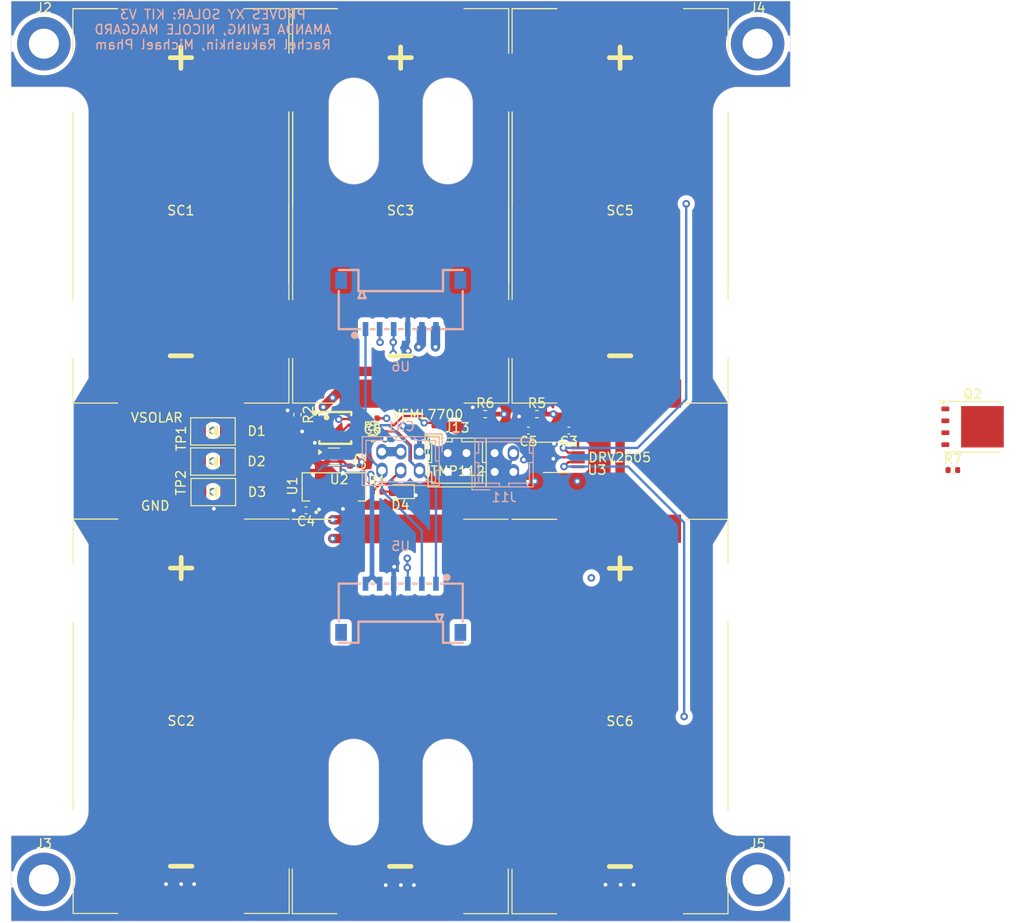
<source format=kicad_pcb>
(kicad_pcb (version 20241229) (generator "pcbnew") (generator_version "9.0")
  (title_block (title "Yearling Kit XY Faces") (date "2023-03-20") (rev "3.0"))
  (layers (0 "F.Cu" signal) (4 "In1.Cu" signal) (6 "In2.Cu" signal) (2 "B.Cu" signal) (13 "F.Paste" user) (15 "B.Paste" user) (5 "F.SilkS" user "F.Silkscreen") (7 "B.SilkS" user "B.Silkscreen") (1 "F.Mask" user) (3 "B.Mask" user) (25 "Edge.Cuts" user))
  (net 0 "")
  (net 1 "GND")
  (net 2 "+3V3")
  (net 3 "VSOLAR")
  (net 4 "Net-(U3-REG)")
  (net 5 "Net-(D1-A)")
  (net 6 "Net-(D2-A)")
  (net 7 "/SCL")
  (net 8 "/SDA")
  (net 9 "Net-(D3-A)")
  (net 10 "Net-(D4-A)")
  (net 15 "Net-(SC1--)")
  (net 16 "Net-(SC3--)")
  (net 17 "Net-(SC5--)")
  (net 18 "Net-(U3-OUT+)")
  (net 20 "SCLIN")
  (net 21 "SDAIN")
  (net 22 "Net-(U4-EN)")
  (net 23 "Net-(U4-READY)")
  (net 28 "/RBF_High")
  (net 29 "/RBF_Low")
  (net 30 "Net-(J13-Pin_1)")
  (footprint "MountingHole:MountingHole_3.2mm_M3_ISO7380_Pad" (layer "F.Cu") (at 106.5 70.3)
    (property "Reference" "J2" (at 0 -3.8 0) (layer "F.SilkS"))
    (property "Value" "Conn_01x01")
    (pad "1" thru_hole circle (at 0 0) (size 5.7 5.7) (drill 3.2) (layers "*.Cu" "*.Mask"))
  )
  (footprint "MountingHole:MountingHole_3.2mm_M3_ISO7380_Pad" (layer "F.Cu") (at 106.5 159.3)
    (property "Reference" "J3" (at 0 -3.8 0) (layer "F.SilkS"))
    (property "Value" "Conn_01x01")
    (pad "1" thru_hole circle (at 0 0) (size 5.7 5.7) (drill 3.2) (layers "*.Cu" "*.Mask"))
  )
  (footprint "MountingHole:MountingHole_3.2mm_M3_ISO7380_Pad" (layer "F.Cu") (at 182.5 70.3)
    (property "Reference" "J4" (at 0 -3.8 0) (layer "F.SilkS"))
    (property "Value" "Conn_01x01")
    (pad "1" thru_hole circle (at 0 0) (size 5.7 5.7) (drill 3.2) (layers "*.Cu" "*.Mask"))
  )
  (footprint "MountingHole:MountingHole_3.2mm_M3_ISO7380_Pad" (layer "F.Cu") (at 182.5 159.3)
    (property "Reference" "J5" (at 0 -3.8 0) (layer "F.SilkS"))
    (property "Value" "Conn_01x01")
    (pad "1" thru_hole circle (at 0 0) (size 5.7 5.7) (drill 3.2) (layers "*.Cu" "*.Mask"))
  )
  (footprint "SolarPanelBoards:KXOB101K08F-TR" (layer "F.Cu") (at 167.86 87.57)
    (property "Reference" "SC5" (at 0 0.5 0) (layer "F.SilkS"))
    (property "Value" "SM101K07TF")
    (fp_text user "+" (at 0 -16 0) (layer "F.SilkS") (effects (font (size 3 3) (thickness 0.5))))
    (fp_text user "-" (at 0 15.75 0) (layer "F.SilkS") (effects (font (size 3 3) (thickness 0.5))))
    (pad "1" smd rect (at 0 -20) (size 13 3) (layers "F.Cu" "F.Mask" "F.Paste") (net 9 "Net-(D3-A)"))
    (pad "2" smd rect (at 0 20) (size 13 3) (layers "F.Cu" "F.Mask" "F.Paste") (net 17 "Net-(SC5--)"))
  )
  (footprint "SolarPanelBoards:Test Pad" (layer "F.Cu") (at 118.37 112.45 90)
    (property "Reference" "TP1" (at 0.11 2.75 90) (layer "F.SilkS"))
    (property "Value" "TestPoint")
    (pad "1" smd roundrect (at 0 0 90) (size 3 3) (layers "F.Cu" "F.Mask" "F.Paste") (net 3 "VSOLAR"))
  )
  (footprint "Package_TO_SOT_SMD:SOT-563" (layer "F.Cu") (at 137.4 114.3)
    (property "Reference" "U2" (at 0.55 2.4 0) (layer "F.SilkS"))
    (property "Value" "TMP112xxDRL")
    (pad "1" smd roundrect (at -0.7125 -0.5) (size 0.675 0.35) (layers "F.Cu" "F.Mask" "F.Paste") (net 7 "/SCL"))
    (pad "2" smd roundrect (at -0.7125 0) (size 0.675 0.35) (layers "F.Cu" "F.Mask" "F.Paste") (net 1 "GND"))
    (pad "3" smd roundrect (at -0.7125 0.5) (size 0.675 0.35) (layers "F.Cu" "F.Mask" "F.Paste") (net 1 "GND"))
    (pad "4" smd roundrect (at 0.7125 0.5) (size 0.675 0.35) (layers "F.Cu" "F.Mask" "F.Paste") (net 1 "GND"))
    (pad "5" smd roundrect (at 0.7125 0) (size 0.675 0.35) (layers "F.Cu" "F.Mask" "F.Paste") (net 2 "+3V3"))
    (pad "6" smd roundrect (at 0.7125 -0.5) (size 0.675 0.35) (layers "F.Cu" "F.Mask" "F.Paste") (net 8 "/SDA"))
  )
  (footprint "SolarPanelBoards:DO-214AC" (layer "F.Cu") (at 124.54 118.05)
    (property "Reference" "D3" (at 4.65 0 0) (layer "F.SilkS"))
    (property "Value" "CDBA240LL-HF")
    (pad "1" smd rect (at -2 0) (size 2.5 1.7) (layers "F.Cu" "F.Mask" "F.Paste") (net 3 "VSOLAR"))
    (pad "2" smd rect (at 2 0) (size 2.5 1.7) (layers "F.Cu" "F.Mask" "F.Paste") (net 9 "Net-(D3-A)"))
  )
  (footprint "easyeda2kicad:MSOP-8_L3.0-W3.0-P0.65-LS5.0-BL" (layer "F.Cu") (at 137.5 111.25 -90)
    (property "Reference" "U4" (at 0 -4.1 90) (layer "F.SilkS"))
    (property "Value" "TCA4311ADGKR")
    (pad "1" smd oval (at -0.98 2.15 270) (size 0.36 1.69) (layers "F.Cu" "F.Mask" "F.Paste") (net 22 "Net-(U4-EN)"))
    (pad "2" smd oval (at -0.32 2.15 270) (size 0.36 1.69) (layers "F.Cu" "F.Mask" "F.Paste") (net 7 "/SCL"))
    (pad "3" smd oval (at 0.33 2.15 270) (size 0.36 1.69) (layers "F.Cu" "F.Mask" "F.Paste") (net 20 "SCLIN"))
    (pad "4" smd oval (at 0.98 2.15 270) (size 0.36 1.69) (layers "F.Cu" "F.Mask" "F.Paste") (net 1 "GND"))
    (pad "5" smd oval (at 0.98 -2.15 270) (size 0.36 1.69) (layers "F.Cu" "F.Mask" "F.Paste") (net 23 "Net-(U4-READY)"))
    (pad "6" smd oval (at 0.33 -2.15 270) (size 0.36 1.69) (layers "F.Cu" "F.Mask" "F.Paste") (net 21 "SDAIN"))
    (pad "7" smd oval (at -0.32 -2.15 270) (size 0.36 1.69) (layers "F.Cu" "F.Mask" "F.Paste") (net 8 "/SDA"))
    (pad "8" smd oval (at -0.98 -2.15 270) (size 0.36 1.69) (layers "F.Cu" "F.Mask" "F.Paste") (net 2 "+3V3"))
  )
  (footprint "Capacitor_SMD:C_0402_1005Metric" (layer "F.Cu") (at 141.5 110.2 180)
    (property "Reference" "C6" (at 0 -1.16 0) (layer "F.SilkS"))
    (property "Value" "100nF")
    (pad "1" smd roundrect (at -0.48 0 180) (size 0.56 0.62) (layers "F.Cu" "F.Mask" "F.Paste") (net 1 "GND"))
    (pad "2" smd roundrect (at 0.48 0 180) (size 0.56 0.62) (layers "F.Cu" "F.Mask" "F.Paste") (net 2 "+3V3"))
  )
  (footprint "SolarPanelBoards:Test Pad" (layer "F.Cu") (at 118.36 117.05 90)
    (property "Reference" "TP2" (at 0 2.73 90) (layer "F.SilkS"))
    (property "Value" "TestPoint")
    (pad "1" smd roundrect (at 0 0 90) (size 3 3) (layers "F.Cu" "F.Mask" "F.Paste") (net 1 "GND"))
  )
  (footprint "SolarPanelBoards:DO-214AC" (layer "F.Cu") (at 124.5 111.59)
    (property "Reference" "D1" (at 4.66 -0.03 0) (layer "F.SilkS"))
    (property "Value" "CDBA240LL-HF")
    (pad "1" smd rect (at -2 0) (size 2.5 1.7) (layers "F.Cu" "F.Mask" "F.Paste") (net 3 "VSOLAR"))
    (pad "2" smd rect (at 2 0) (size 2.5 1.7) (layers "F.Cu" "F.Mask" "F.Paste") (net 5 "Net-(D1-A)"))
  )
  (footprint "SolarPanelBoards:KXOB101K08F-TR" (layer "F.Cu") (at 144.49 87.57)
    (property "Reference" "SC3" (at 0 0.5 0) (layer "F.SilkS"))
    (property "Value" "SM101K07TF")
    (fp_text user "-" (at 0 15.75 0) (layer "F.SilkS") (effects (font (size 3 3) (thickness 0.5))))
    (fp_text user "+" (at 0 -16 0) (layer "F.SilkS") (effects (font (size 3 3) (thickness 0.5))))
    (pad "1" smd rect (at 0 -20) (size 13 3) (layers "F.Cu" "F.Mask" "F.Paste") (net 6 "Net-(D2-A)"))
    (pad "2" smd rect (at 0 20) (size 13 3) (layers "F.Cu" "F.Mask" "F.Paste") (net 16 "Net-(SC3--)"))
  )
  (footprint "Resistor_SMD:R_0402_1005Metric" (layer "F.Cu") (at 133.5 109.8 -90)
    (property "Reference" "R2" (at 0 -1.17 90) (layer "F.SilkS"))
    (property "Value" "10k")
    (pad "1" smd roundrect (at -0.509999 0 270) (size 0.54 0.64) (layers "F.Cu" "F.Mask" "F.Paste") (net 2 "+3V3"))
    (pad "2" smd roundrect (at 0.509999 0 270) (size 0.54 0.64) (layers "F.Cu" "F.Mask" "F.Paste") (net 22 "Net-(U4-EN)"))
  )
  (footprint "Connector_Hirose:Hirose_DF11-4DP-2DSA_2x02_P2.00mm_Vertical" (layer "F.Cu") (at 149.5 113.9)
    (property "Reference" "J13" (at 1 -2.7 0) (layer "F.SilkS"))
    (property "Value" "DF11-4DP-2DSA")
    (pad "1" thru_hole roundrect (at 0 0) (size 1.2 1.65) (drill 0.85) (layers "*.Cu" "*.Mask") (roundrect_rratio 0.208333) (net 30 "Net-(J13-Pin_1)"))
    (pad "2" thru_hole oval (at 0 2) (size 1.2 1.65) (drill 0.85) (layers "*.Cu" "*.Mask") (net 1 "GND"))
    (pad "3" thru_hole oval (at 2 0) (size 1.2 1.65) (drill 0.85) (layers "*.Cu" "*.Mask") (net 30 "Net-(J13-Pin_1)"))
    (pad "4" thru_hole oval (at 2 2) (size 1.2 1.65) (drill 0.85) (layers "*.Cu" "*.Mask") (net 1 "GND"))
  )
  (footprint "SolarPanelBoards:KXOB101K08F-TR" (layer "F.Cu") (at 144.45 141.94)
    (property "Reference" "SC4" (hide yes))
    (property "Value" "SM101K07TF")
    (fp_text user "-" (at 0 15.75 0) (layer "F.SilkS") (effects (font (size 3 3) (thickness 0.5))))
    (pad "1" smd rect (at 0 -20) (size 13 3) (layers "F.Cu" "F.Mask" "F.Paste") (net 16 "Net-(SC3--)"))
    (pad "2" smd rect (at 0 20) (size 13 3) (layers "F.Cu" "F.Mask" "F.Paste") (net 1 "GND"))
  )
  (footprint "SolarPanelBoards:KXOB101K08F-TR" (layer "F.Cu") (at 121.12 141.92)
    (property "Reference" "SC2" (at 0 0.5 0) (layer "F.SilkS"))
    (property "Value" "SM101K07TF")
    (fp_text user "+" (at 0 -16 0) (layer "F.SilkS") (effects (font (size 3 3) (thickness 0.5))))
    (fp_text user "-" (at 0 15.75 0) (layer "F.SilkS") (effects (font (size 3 3) (thickness 0.5))))
    (pad "1" smd rect (at 0 -20) (size 13 3) (layers "F.Cu" "F.Mask" "F.Paste") (net 15 "Net-(SC1--)"))
    (pad "2" smd rect (at 0 20) (size 13 3) (layers "F.Cu" "F.Mask" "F.Paste") (net 1 "GND"))
  )
  (footprint "Package_TO_SOT_SMD:TDSON-8-1" (layer "F.Cu") (at 205.395 111.095)
    (property "Reference" "Q2" (at 0 -3.5 0) (layer "F.SilkS"))
    (property "Value" "CSD17576Q5B")
    (pad "1" smd roundrect (at -2.9 -1.905) (size 0.85 0.5) (layers "F.Cu" "F.Mask" "F.Paste") (net 29 "/RBF_Low"))
    (pad "2" smd roundrect (at -2.9 -0.635) (size 0.85 0.5) (layers "F.Cu" "F.Mask" "F.Paste") (net 29 "/RBF_Low"))
    (pad "3" smd roundrect (at -2.9 0.635) (size 0.85 0.5) (layers "F.Cu" "F.Mask" "F.Paste") (net 29 "/RBF_Low"))
    (pad "4" smd roundrect (at -2.9 1.905) (size 0.85 0.5) (layers "F.Cu" "F.Mask" "F.Paste") (net 30 "Net-(J13-Pin_1)"))
    (pad "5" smd rect (at 1.05 0) (size 4.55 4.41) (layers "F.Cu") (net 28 "/RBF_High"))
  )
  (footprint "Capacitor_SMD:C_0402_1005Metric" (layer "F.Cu") (at 134.42 120 180)
    (property "Reference" "C4" (at 0 -1.16 180) (layer "F.SilkS"))
    (property "Value" "100nF")
    (pad "1" smd roundrect (at -0.48 0 180) (size 0.56 0.62) (layers "F.Cu" "F.Mask" "F.Paste") (net 2 "+3V3"))
    (pad "2" smd roundrect (at 0.48 0 180) (size 0.56 0.62) (layers "F.Cu" "F.Mask" "F.Paste") (net 1 "GND"))
  )
  (footprint "SolarPanelBoards:DO-214AC" (layer "F.Cu") (at 124.5 114.8)
    (property "Reference" "D2" (at 4.64 -0.02 0) (layer "F.SilkS"))
    (property "Value" "CDBA240LL-HF")
    (pad "1" smd rect (at -2 0) (size 2.5 1.7) (layers "F.Cu" "F.Mask" "F.Paste") (net 3 "VSOLAR"))
    (pad "2" smd rect (at 2 0) (size 2.5 1.7) (layers "F.Cu" "F.Mask" "F.Paste") (net 6 "Net-(D2-A)"))
  )
  (footprint "SolarPanelBoards:KXOB101K08F-TR" (layer "F.Cu") (at 167.85 141.95)
    (property "Reference" "SC6" (at 0 0.5 0) (layer "F.SilkS"))
    (property "Value" "SM101K07TF")
    (fp_text user "-" (at 0 15.75 0) (layer "F.SilkS") (effects (font (size 3 3) (thickness 0.5))))
    (fp_text user "+" (at 0 -16 0) (layer "F.SilkS") (effects (font (size 3 3) (thickness 0.5))))
    (pad "1" smd rect (at 0 -20) (size 13 3) (layers "F.Cu" "F.Mask" "F.Paste") (net 17 "Net-(SC5--)"))
    (pad "2" smd rect (at 0 20) (size 13 3) (layers "F.Cu" "F.Mask" "F.Paste") (net 1 "GND"))
  )
  (footprint "Capacitor_SMD:C_0402_1005Metric" (layer "F.Cu") (at 139.1 114.8 -90)
    (property "Reference" "C2" (at 0 -1.16 270) (layer "F.SilkS"))
    (property "Value" "10nF")
    (pad "1" smd roundrect (at -0.48 0 270) (size 0.56 0.62) (layers "F.Cu" "F.Mask" "F.Paste") (net 2 "+3V3"))
    (pad "2" smd roundrect (at 0.48 0 270) (size 0.56 0.62) (layers "F.Cu" "F.Mask" "F.Paste") (net 1 "GND"))
  )
  (footprint "Capacitor_SMD:C_0402_1005Metric" (layer "F.Cu") (at 158.1 111.5 180)
    (property "Reference" "C5" (at 0 -1.16 180) (layer "F.SilkS"))
    (property "Value" "1uF")
    (pad "1" smd roundrect (at -0.48 0 180) (size 0.56 0.62) (layers "F.Cu" "F.Mask" "F.Paste") (net 4 "Net-(U3-REG)"))
    (pad "2" smd roundrect (at 0.48 0 180) (size 0.56 0.62) (layers "F.Cu" "F.Mask" "F.Paste") (net 1 "GND"))
  )
  (footprint "Resistor_SMD:R_0402_1005Metric" (layer "F.Cu") (at 203.295 115.705)
    (property "Reference" "R7" (at 0 -1.17 0) (layer "F.SilkS"))
    (property "Value" "1M")
    (pad "1" smd roundrect (at -0.51 0) (size 0.54 0.64) (layers "F.Cu" "F.Mask" "F.Paste") (net 30 "Net-(J13-Pin_1)"))
    (pad "2" smd roundrect (at 0.51 0) (size 0.54 0.64) (layers "F.Cu" "F.Mask" "F.Paste") (net 28 "/RBF_High"))
  )
  (footprint "Resistor_SMD:R_0402_1005Metric" (layer "F.Cu") (at 141.5 112.3)
    (property "Reference" "R4" (at 0 -1.17 0) (layer "F.SilkS"))
    (property "Value" "10k")
    (pad "1" smd roundrect (at -0.509999 0) (size 0.54 0.64) (layers "F.Cu" "F.Mask" "F.Paste") (net 23 "Net-(U4-READY)"))
    (pad "2" smd roundrect (at 0.509999 0) (size 0.54 0.64) (layers "F.Cu" "F.Mask" "F.Paste") (net 2 "+3V3"))
  )
  (footprint "VEML7700-TT:XDCR_VEML7700-TT" (layer "F.Cu") (at 137.4 117.5 90)
    (property "Reference" "U1" (at 0.095001 -4.435 90) (layer "F.SilkS"))
    (property "Value" "VEML7700")
    (pad "1" smd rect (at -0.900001 -1.905 90) (size 1.6 0.7) (layers "F.Cu" "F.Mask" "F.Paste") (net 7 "/SCL"))
    (pad "2" smd rect (at -0.9 -0.635 90) (size 1.6 0.7) (layers "F.Cu" "F.Mask" "F.Paste") (net 2 "+3V3"))
    (pad "3" smd rect (at -0.9 0.635 90) (size 1.6 0.7) (layers "F.Cu" "F.Mask" "F.Paste") (net 1 "GND"))
    (pad "4" smd rect (at -0.900001 1.905 90) (size 1.6 0.7) (layers "F.Cu" "F.Mask" "F.Paste") (net 8 "/SDA"))
  )
  (footprint "Resistor_SMD:R_0402_1005Metric" (layer "F.Cu") (at 153.5 109.75)
    (property "Reference" "R6" (at 0 -1.17 0) (layer "F.SilkS"))
    (property "Value" "10k")
    (pad "1" smd roundrect (at -0.51 0) (size 0.54 0.64) (layers "F.Cu" "F.Mask" "F.Paste") (net 8 "/SDA"))
    (pad "2" smd roundrect (at 0.51 0) (size 0.54 0.64) (layers "F.Cu" "F.Mask" "F.Paste") (net 2 "+3V3"))
  )
  (footprint "Resistor_SMD:R_0402_1005Metric" (layer "F.Cu") (at 159 109.75)
    (property "Reference" "R5" (at 0 -1.17 0) (layer "F.SilkS"))
    (property "Value" "10k")
    (pad "1" smd roundrect (at -0.51 0) (size 0.54 0.64) (layers "F.Cu" "F.Mask" "F.Paste") (net 7 "/SCL"))
    (pad "2" smd roundrect (at 0.51 0) (size 0.54 0.64) (layers "F.Cu" "F.Mask" "F.Paste") (net 2 "+3V3"))
  )
  (footprint "Capacitor_SMD:C_0402_1005Metric" (layer "F.Cu") (at 162.4 111.5 180)
    (property "Reference" "C3" (at 0 -1.16 180) (layer "F.SilkS"))
    (property "Value" "100nF")
    (pad "1" smd roundrect (at -0.48 0 180) (size 0.56 0.62) (layers "F.Cu" "F.Mask" "F.Paste") (net 2 "+3V3"))
    (pad "2" smd roundrect (at 0.48 0 180) (size 0.56 0.62) (layers "F.Cu" "F.Mask" "F.Paste") (net 1 "GND"))
  )
  (footprint "LED_SMD:LED_0603_1608Metric" (layer "F.Cu") (at 144.462499 118 180)
    (property "Reference" "D4" (at 0 -1.43 0) (layer "F.SilkS"))
    (property "Value" "CQY99")
    (pad "1" smd roundrect (at -0.787501 0 180) (size 0.875 0.95) (layers "F.Cu" "F.Mask" "F.Paste") (net 1 "GND"))
    (pad "2" smd roundrect (at 0.787501 0 180) (size 0.875 0.95) (layers "F.Cu" "F.Mask" "F.Paste") (net 10 "Net-(D4-A)"))
  )
  (footprint "SolarPanelBoards:KXOB101K08F-TR" (layer "F.Cu") (at 121.09 87.57)
    (property "Reference" "SC1" (at 0 0.5 0) (layer "F.SilkS"))
    (property "Value" "SM101K07TF")
    (fp_text user "+" (at 0 -16 0) (layer "F.SilkS") (effects (font (size 3 3) (thickness 0.5))))
    (fp_text user "-" (at 0 15.75 0) (layer "F.SilkS") (effects (font (size 3 3) (thickness 0.5))))
    (pad "1" smd rect (at 0 -20) (size 13 3) (layers "F.Cu" "F.Mask" "F.Paste") (net 5 "Net-(D1-A)"))
    (pad "2" smd rect (at 0 20) (size 13 3) (layers "F.Cu" "F.Mask" "F.Paste") (net 15 "Net-(SC1--)"))
  )
  (footprint "Resistor_SMD:R_0402_1005Metric" (layer "F.Cu") (at 142 118)
    (property "Reference" "R1" (at 0 -1.17 0) (layer "F.SilkS"))
    (property "Value" "10k")
    (pad "1" smd roundrect (at -0.51 0) (size 0.54 0.64) (layers "F.Cu" "F.Mask" "F.Paste") (net 2 "+3V3"))
    (pad "2" smd roundrect (at 0.51 0) (size 0.54 0.64) (layers "F.Cu" "F.Mask" "F.Paste") (net 10 "Net-(D4-A)"))
  )
  (footprint "Package_SO:VSSOP-10_3x3mm_P0.5mm" (layer "F.Cu") (at 161.18 114.35)
    (property "Reference" "U3" (at 4.22 1.35 0) (layer "F.SilkS"))
    (property "Value" "DRV2605LDGS")
    (pad "1" smd roundrect (at -2.2 -1) (size 1.45 0.3) (layers "F.Cu" "F.Mask" "F.Paste") (net 4 "Net-(U3-REG)"))
    (pad "2" smd roundrect (at -2.2 -0.5) (size 1.45 0.3) (layers "F.Cu" "F.Mask" "F.Paste") (net 7 "/SCL"))
    (pad "3" smd roundrect (at -2.2 0) (size 1.45 0.3) (layers "F.Cu" "F.Mask" "F.Paste") (net 8 "/SDA"))
    (pad "4" smd roundrect (at -2.2 0.5) (size 1.45 0.3) (layers "F.Cu" "F.Mask" "F.Paste") (net 1 "GND"))
    (pad "5" smd roundrect (at -2.2 1) (size 1.45 0.3) (layers "F.Cu" "F.Mask" "F.Paste") (net 2 "+3V3"))
    (pad "6" smd roundrect (at 2.2 1) (size 1.45 0.3) (layers "F.Cu" "F.Mask" "F.Paste"))
    (pad "7" smd roundrect (at 2.2 0.5) (size 1.45 0.3) (layers "F.Cu" "F.Mask" "F.Paste") (net 18 "Net-(U3-OUT+)"))
    (pad "8" smd roundrect (at 2.2 0) (size 1.45 0.3) (layers "F.Cu" "F.Mask" "F.Paste") (net 1 "GND"))
    (pad "9" smd roundrect (at 2.2 -0.5) (size 1.45 0.3) (layers "F.Cu" "F.Mask" "F.Paste") (net 18 "Net-(U3-OUT+)"))
    (pad "10" smd roundrect (at 2.2 -1) (size 1.45 0.3) (layers "F.Cu" "F.Mask" "F.Paste") (net 2 "+3V3"))
  )
  (footprint "Connector_Hirose:Hirose_DF11-6DP-2DSA_2x03_P2.00mm_Vertical" (layer "B.Cu") (at 146.500001 113.750001 180)
    (property "Reference" "CN1" (at 2 2.7 0) (layer "B.SilkS") (effects (justify mirror)))
    (property "Value" "DF11-2DSA-4DP")
    (pad "1" thru_hole roundrect (at 0 0 180) (size 1.2 1.65) (drill 0.85) (layers "*.Cu" "*.Mask") (roundrect_rratio 0.208333) (net 1 "GND"))
    (pad "2" thru_hole oval (at 0 -2.000001 180) (size 1.2 1.65) (drill 0.85) (layers "*.Cu" "*.Mask") (net 21 "SDAIN"))
    (pad "3" thru_hole oval (at 2.000001 0 180) (size 1.2 1.65) (drill 0.85) (layers "*.Cu" "*.Mask") (net 3 "VSOLAR"))
    (pad "4" thru_hole oval (at 2 -2 180) (size 1.2 1.65) (drill 0.85) (layers "*.Cu" "*.Mask") (net 2 "+3V3"))
    (pad "5" thru_hole oval (at 4 0 180) (size 1.2 1.65) (drill 0.85) (layers "*.Cu" "*.Mask") (net 3 "VSOLAR"))
    (pad "6" thru_hole oval (at 4.000001 -2 180) (size 1.2 1.65) (drill 0.85) (layers "*.Cu" "*.Mask") (net 20 "SCLIN"))
  )
  (footprint "Connector_Hirose:Hirose_DF11-4DP-2DSA_2x02_P2.00mm_Vertical" (layer "B.Cu") (at 154.5 115.9)
    (property "Reference" "J11" (at 1 2.7 180) (layer "B.SilkS") (effects (justify mirror)))
    (property "Value" "DF11-4DP-2DSA")
    (pad "1" thru_hole roundrect (at 0 0) (size 1.2 1.65) (drill 0.85) (layers "*.Cu" "*.Mask") (roundrect_rratio 0.208333) (net 28 "/RBF_High"))
    (pad "2" thru_hole oval (at 0 -2) (size 1.2 1.65) (drill 0.85) (layers "*.Cu" "*.Mask") (net 29 "/RBF_Low"))
    (pad "3" thru_hole oval (at 2 0) (size 1.2 1.65) (drill 0.85) (layers "*.Cu" "*.Mask") (net 28 "/RBF_High"))
    (pad "4" thru_hole oval (at 2 -2) (size 1.2 1.65) (drill 0.85) (layers "*.Cu" "*.Mask") (net 29 "/RBF_Low"))
  )
  (footprint "LOGO" (layer "B.Cu") (at 126.1 95.4 180)
    (property "Reference" "G***" (hide yes))
    (property "Value" "LOGO" (hide yes))
  )
  (footprint "easyeda2kicad:CONN-SMD_6P-P1.50_A1501WRB-S-6P" (layer "B.Cu") (at 144.5 98.1)
    (property "Reference" "U6" (at 0 6.59 0) (layer "B.SilkS") (effects (justify mirror)))
    (property "Value" "5040500691")
    (pad "1" smd rect (at -3.75 2.59 180) (size 0.6 1.5) (layers "B.Cu" "B.Mask" "B.Paste") (net 21 "SDAIN"))
    (pad "2" smd rect (at -2.25 2.59 180) (size 0.6 1.5) (layers "B.Cu" "B.Mask" "B.Paste") (net 20 "SCLIN"))
    (pad "3" smd rect (at -0.750001 2.59 180) (size 0.6 1.5) (layers "B.Cu" "B.Mask" "B.Paste") (net 2 "+3V3"))
    (pad "4" smd rect (at 0.750001 2.59 180) (size 0.6 1.5) (layers "B.Cu" "B.Mask" "B.Paste") (net 1 "GND"))
    (pad "5" smd rect (at 2.25 2.59 180) (size 0.6 1.5) (layers "B.Cu" "B.Mask" "B.Paste") (net 3 "VSOLAR"))
    (pad "6" smd rect (at 3.75 2.59 180) (size 0.6 1.5) (layers "B.Cu" "B.Mask" "B.Paste") (net 3 "VSOLAR"))
    (pad "7" smd rect (at 6.35 -2.590001 180) (size 1.25 1.8) (layers "B.Cu" "B.Mask" "B.Paste"))
    (pad "8" smd rect (at -6.35 -2.590001 180) (size 1.25 1.8) (layers "B.Cu" "B.Mask" "B.Paste"))
  )
  (footprint "easyeda2kicad:CONN-SMD_6P-P1.50_A1501WRB-S-6P" (layer "B.Cu") (at 144.5 130.4 180)
    (property "Reference" "U5" (at 0 6.59 0) (layer "B.SilkS") (effects (justify mirror)))
    (property "Value" "5040500691")
    (pad "1" smd rect (at -3.75 2.59) (size 0.6 1.5) (layers "B.Cu" "B.Mask" "B.Paste") (net 21 "SDAIN"))
    (pad "2" smd rect (at -2.25 2.59) (size 0.6 1.5) (layers "B.Cu" "B.Mask" "B.Paste") (net 20 "SCLIN"))
    (pad "3" smd rect (at -0.750001 2.59) (size 0.6 1.5) (layers "B.Cu" "B.Mask" "B.Paste") (net 2 "+3V3"))
    (pad "4" smd rect (at 0.750001 2.59) (size 0.6 1.5) (layers "B.Cu" "B.Mask" "B.Paste") (net 1 "GND"))
    (pad "5" smd rect (at 2.25 2.59) (size 0.6 1.5) (layers "B.Cu" "B.Mask" "B.Paste") (net 3 "VSOLAR"))
    (pad "6" smd rect (at 3.75 2.59) (size 0.6 1.5) (layers "B.Cu" "B.Mask" "B.Paste") (net 3 "VSOLAR"))
    (pad "7" smd rect (at 6.35 -2.590001) (size 1.25 1.8) (layers "B.Cu" "B.Mask" "B.Paste"))
    (pad "8" smd rect (at -6.35 -2.590001) (size 1.25 1.8) (layers "B.Cu" "B.Mask" "B.Paste"))
  )
  (gr_line (start 136.85 153) (end 136.85 147) (stroke (width 0.05)) (layer "Edge.Cuts"))
  (gr_line (start 142.15 153) (end 142.15 147) (stroke (width 0.05)) (layer "Edge.Cuts"))
  (gr_line (start 146.85 147) (end 146.85 153) (stroke (width 0.05)) (layer "Edge.Cuts"))
  (gr_line (start 152.15 153) (end 152.15 147) (stroke (width 0.05)) (layer "Edge.Cuts"))
  (gr_line (start 142.15 76.6) (end 142.15 82.6) (stroke (width 0.05)) (layer "Edge.Cuts"))
  (gr_line (start 136.85 76.6) (end 136.85 82.6) (stroke (width 0.05)) (layer "Edge.Cuts"))
  (gr_line (start 146.85 76.6) (end 146.85 82.6) (stroke (width 0.05)) (layer "Edge.Cuts"))
  (gr_line (start 152.15 76.6) (end 152.15 82.6) (stroke (width 0.05)) (layer "Edge.Cuts"))
  (gr_line (start 186 65.75) (end 103 65.75) (stroke (width 0.05)) (layer "Edge.Cuts"))
  (gr_line (start 108.58 74.92) (end 103 74.92) (stroke (width 0.05)) (layer "Edge.Cuts"))
  (gr_arc (start 108.58 74.92) (mid 110.461789 75.69114) (end 111.24 77.57) (stroke (width 0.05)) (layer "Edge.Cuts"))
  (gr_line (start 103 65.75) (end 103 74.92) (stroke (width 0.05)) (layer "Edge.Cuts"))
  (gr_line (start 103 154.62) (end 103 163.75) (stroke (width 0.05)) (layer "Edge.Cuts"))
  (gr_arc (start 142.15 82.6) (mid 139.5 85.25) (end 136.85 82.6) (stroke (width 0.05)) (layer "Edge.Cuts"))
  (gr_line (start 186 74.925) (end 180.42 74.925) (stroke (width 0.05)) (layer "Edge.Cuts"))
  (gr_arc (start 146.85 76.6) (mid 149.5 73.95) (end 152.15 76.6) (stroke (width 0.05)) (layer "Edge.Cuts"))
  (gr_line (start 186 74.925) (end 186 65.75) (stroke (width 0.05)) (layer "Edge.Cuts"))
  (gr_arc (start 136.85 76.6) (mid 139.5 73.95) (end 142.15 76.6) (stroke (width 0.05)) (layer "Edge.Cuts"))
  (gr_line (start 111.24 123.595) (end 111.24 151.97) (stroke (width 0.05)) (layer "Edge.Cuts"))
  (gr_line (start 109.65 108.545) (end 109.65 120.995) (stroke (width 0.05)) (layer "Edge.Cuts"))
  (gr_line (start 109.65 120.995) (end 111.24 123.595) (stroke (width 0.05)) (layer "Edge.Cuts"))
  (gr_line (start 103 163.75) (end 186 163.75) (stroke (width 0.05)) (layer "Edge.Cuts"))
  (gr_arc (start 136.85 147) (mid 139.5 144.35) (end 142.15 147) (stroke (width 0.05)) (layer "Edge.Cuts"))
  (gr_line (start 186 163.75) (end 186 154.625) (stroke (width 0.05)) (layer "Edge.Cuts"))
  (gr_arc (start 142.15 153) (mid 139.5 155.65) (end 136.85 153) (stroke (width 0.05)) (layer "Edge.Cuts"))
  (gr_arc (start 177.76 77.575) (mid 178.538203 75.696102) (end 180.42 74.925) (stroke (width 0.05)) (layer "Edge.Cuts"))
  (gr_line (start 109.65 108.545) (end 111.24 105.945) (stroke (width 0.05)) (layer "Edge.Cuts"))
  (gr_line (start 177.76 105.95) (end 179.35 108.55) (stroke (width 0.05)) (layer "Edge.Cuts"))
  (gr_line (start 177.76 77.575) (end 177.76 105.95) (stroke (width 0.05)) (layer "Edge.Cuts"))
  (gr_arc (start 146.85 147) (mid 149.5 144.35) (end 152.15 147) (stroke (width 0.05)) (layer "Edge.Cuts"))
  (gr_arc (start 111.24 151.97) (mid 110.461768 153.848869) (end 108.58 154.62) (stroke (width 0.05)) (layer "Edge.Cuts"))
  (gr_line (start 179.35 108.55) (end 179.35 121) (stroke (width 0.05)) (layer "Edge.Cuts"))
  (gr_arc (start 152.15 153) (mid 149.5 155.65) (end 146.85 153) (stroke (width 0.05)) (layer "Edge.Cuts"))
  (gr_line (start 111.24 77.57) (end 111.24 105.945) (stroke (width 0.05)) (layer "Edge.Cuts"))
  (gr_arc (start 180.42 154.625) (mid 178.538276 153.853824) (end 177.76 151.975) (stroke (width 0.05)) (layer "Edge.Cuts"))
  (gr_line (start 103 154.62) (end 108.58 154.62) (stroke (width 0.05)) (layer "Edge.Cuts"))
  (gr_arc (start 152.15 82.6) (mid 149.5 85.25) (end 146.85 82.6) (stroke (width 0.05)) (layer "Edge.Cuts"))
  (gr_line (start 177.76 123.6) (end 177.76 151.975) (stroke (width 0.05)) (layer "Edge.Cuts"))
  (gr_line (start 177.76 123.6) (end 179.35 121) (stroke (width 0.05)) (layer "Edge.Cuts"))
  (gr_line (start 180.42 154.625) (end 186 154.625) (stroke (width 0.05)) (layer "Edge.Cuts"))
  (gr_text "TMP112" (at 147.6 116.4 0) (layer "F.SilkS") (effects (font (size 1 1)) (justify left bottom)))
  (gr_text "GND" (at 118.36 119.51 0) (layer "F.SilkS") (effects (font (size 1 1))))
  (gr_text "VEML7700" (at 147.4 109.8 0) (layer "F.SilkS") (effects (font (size 1 1))))
  (gr_text "DRV2605" (at 167.82 114.36 0) (layer "F.SilkS") (effects (font (size 1 1))))
  (gr_text "VSOLAR" (at 118.52 110.13 0) (layer "F.SilkS") (effects (font (size 1 1))))
  (gr_text "PROVES XY SOLAR: KIT V3\nAMANDA EWING, NICOLE MAGGARD\nRachel Rakushkin, Michael Pham" (at 124.5 68.8 0) (layer "B.SilkS") (effects (font (size 1 1)) (justify mirror)))
  (segment (start 138.88 115.28) (end 138.4 114.8) (width 0.25) (layer "F.Cu") (net 1))
  (segment (start 145.25 118) (end 145.724694 118) (width 0.25) (layer "F.Cu") (net 1))
  (segment (start 141.98 110.2) (end 143 110.2) (width 0.25) (layer "F.Cu") (net 1))
  (segment (start 145.724694 118) (end 146.112347 118.387653) (width 0.25) (layer "F.Cu") (net 1))
  (segment (start 160.75 112.975) (end 160.825 112.9) (width 0.25) (layer "F.Cu") (net 1))
  (segment (start 121.12 161.92) (end 121.12 159.8) (width 1) (layer "F.Cu") (net 1))
  (segment (start 121.129998 119.819998) (end 124.6 119.819998) (width 0.25) (layer "F.Cu") (net 1))
  (segment (start 119.5 159.8) (end 119.5 160.3) (width 1) (layer "F.Cu") (net 1))
  (segment (start 135.35 112.23) (end 135.35 112.75) (width 0.25) (layer "F.Cu") (net 1))
  (segment (start 160.9 114.35) (end 160.75 114.5) (width 0.25) (layer "F.Cu") (net 1))
  (segment (start 138.1125 115.7375) (end 138.35 115.975) (width 0.25) (layer "F.Cu") (net 1))
  (segment (start 138.1125 114.8) (end 138.1125 115.7375) (width 0.25) (layer "F.Cu") (net 1))
  (segment (start 158.98 114.85) (end 160.4 114.85) (width 0.25) (layer "F.Cu") (net 1))
  (segment (start 144.52 162.02) (end 144.52 159.9) (width 1) (layer "F.Cu") (net 1))
  (segment (start 122.5 159.8) (end 122.5 160.54) (width 1) (layer "F.Cu") (net 1))
  (segment (start 160.75 114.5) (end 160.75 112.975) (width 0.25) (layer "F.Cu") (net 1))
  (segment (start 161.450001 111.5) (end 161.450001 112.274999) (width 0.25) (layer "F.Cu") (net 1))
  (segment (start 138.1125 114.8) (end 136.6875 114.8) (width 0.25) (layer "F.Cu") (net 1))
  (segment (start 157.1 110) (end 157.15 110.05) (width 0.25) (layer "F.Cu") (net 1))
  (segment (start 160.4 114.85) (end 160.75 114.5) (width 0.25) (layer "F.Cu") (net 1))
  (segment (start 157.15 110.05) (end 157.15 111.45) (width 0.25) (layer "F.Cu") (net 1))
  (segment (start 145.9 160.64) (end 144.52 162.02) (width 1) (layer "F.Cu") (net 1))
  (segment (start 169.3 159.86) (end 169.3 160.6) (width 1) (layer "F.Cu") (net 1))
  (segment (start 138.035 119.524998) (end 138.35 119.839998) (width 0.25) (layer "F.Cu") (net 1))
  (segment (start 135.35 112.75) (end 135.35 112.799999) (width 0.25) (layer "F.Cu") (net 1))
  (segment (start 139.1 115.28) (end 138.88 115.28) (width 0.25) (layer "F.Cu") (net 1))
  (segment (start 145.9 159.9) (end 145.9 160.64) (width 1) (layer "F.Cu") (net 1))
  (segment (start 136.6875 114.8) (end 136.6875 114.3) (width 0.25) (layer "F.Cu") (net 1))
  (segment (start 118.36 117.05) (end 121.129998 119.819998) (width 0.25) (layer "F.Cu") (net 1))
  (segment (start 163.38 114.35) (end 160.9 114.35) (width 0.25) (layer "F.Cu") (net 1))
  (segment (start 138.4 114.8) (end 138.1125 114.8) (width 0.25) (layer "F.Cu") (net 1))
  (segment (start 142.9 159.9) (end 142.9 160.4) (width 1) (layer "F.Cu") (net 1))
  (segment (start 133.94 120) (end 133.1 120) (width 0.25) (layer "F.Cu") (net 1))
  (segment (start 167.92 161.98) (end 167.92 159.86) (width 1) (layer "F.Cu") (net 1))
  (segment (start 138.035 118.4) (end 138.035 119.524998) (width 0.25) (layer "F.Cu") (net 1))
  (segment (start 166.3 159.86) (end 166.3 160.36) (width 1) (layer "F.Cu") (net 1))
  (segment (start 161.450001 112.274999) (end 160.825 112.9) (width 0.25) (layer "F.Cu") (net 1))
  (via (at 169.3 159.86) (size 0.8) (drill 0.4) (layers "F.Cu" "B.Cu") (net 1))
  (via (at 160.825 112.9) (size 0.8) (drill 0.4) (layers "F.Cu" "B.Cu") (net 1))
  (via (at 157.1 110) (size 0.8) (drill 0.4) (layers "F.Cu" "B.Cu") (net 1))
  (via (at 143.8 126) (size 0.8) (drill 0.4) (layers "F.Cu" "B.Cu") (net 1))
  (via (at 145.272182 103.027818) (size 0.8) (drill 0.4) (layers "F.Cu" "B.Cu") (net 1))
  (via (at 124.6 119.819998) (size 0.8) (drill 0.4) (layers "F.Cu" "B.Cu") (net 1))
  (via (at 144.52 159.9) (size 0.8) (drill 0.4) (layers "F.Cu" "B.Cu") (net 1))
  (via (at 119.5 159.8) (size 0.8) (drill 0.4) (layers "F.Cu" "B.Cu") (net 1))
  (via (at 167.92 159.86) (size 0.8) (drill 0.4) (layers "F.Cu" "B.Cu") (net 1))
  (via (at 144.75 111) (size 0.8) (drill 0.4) (layers "F.Cu" "B.Cu") (net 1))
  (via (at 142.9 159.9) (size 0.8) (drill 0.4) (layers "F.Cu" "B.Cu") (net 1))
  (via (at 143 110.2) (size 0.8) (drill 0.4) (layers "F.Cu" "B.Cu") (net 1))
  (via (at 166.3 159.86) (size 0.8) (drill 0.4) (layers "F.Cu" "B.Cu") (net 1))
  (via (at 145.9 159.9) (size 0.8) (drill 0.4) (layers "F.Cu" "B.Cu") (net 1))
  (via (at 146.112347 118.387653) (size 0.8) (drill 0.4) (layers "F.Cu" "B.Cu") (net 1))
  (via (at 135.35 112.799999) (size 0.8) (drill 0.4) (layers "F.Cu" "B.Cu") (net 1))
  (via (at 121.12 159.8) (size 0.8) (drill 0.4) (layers "F.Cu" "B.Cu") (net 1))
  (via (at 138.35 115.975) (size 0.8) (drill 0.4) (layers "F.Cu" "B.Cu") (net 1))
  (via (at 122.5 159.8) (size 0.8) (drill 0.4) (layers "F.Cu" "B.Cu") (net 1))
  (via (at 133.1 120) (size 0.8) (drill 0.4) (layers "F.Cu" "B.Cu") (net 1))
  (via (at 138.35 119.839998) (size 0.8) (drill 0.4) (layers "F.Cu" "B.Cu") (net 1))
  (via (at 160.75 114.5) (size 0.8) (drill 0.4) (layers "F.Cu" "B.Cu") (net 1))
  (segment (start 134.425 116.561338) (end 137.838662 119.975) (width 0.5) (layer "B.Cu") (net 1))
  (segment (start 134.974201 113.25) (end 134.425 113.25) (width 0.5) (layer "B.Cu") (net 1))
  (segment (start 143.749999 127.81) (end 143.749999 126.050001) (width 0.25) (layer "B.Cu") (net 1))
  (segment (start 135.35 112.799999) (end 135.35 112.874201) (width 0.5) (layer "B.Cu") (net 1))
  (segment (start 145.250001 103.005637) (end 145.272182 103.027818) (width 0.25) (layer "B.Cu") (net 1))
  (segment (start 145.250001 100.69) (end 145.250001 103.005637) (width 0.25) (layer "B.Cu") (net 1))
  (segment (start 134.425 113.25) (end 134.425 116.561338) (width 0.5) (layer "B.Cu") (net 1))
  (segment (start 143.749999 126.050001) (end 143.8 126) (width 0.25) (layer "B.Cu") (net 1))
  (segment (start 135.35 112.874201) (end 134.974201 113.25) (width 0.5) (layer "B.Cu") (net 1))
  (segment (start 159.825 109.75) (end 160.75 109.75) (width 0.25) (layer "F.Cu") (net 2))
  (segment (start 163.25 116.17) (end 164.13 116.17) (width 0.25) (layer "F.Cu") (net 2))
  (segment (start 139.1 114.32) (end 139.816148 114.32) (width 0.25) (layer "F.Cu") (net 2))
  (segment (start 142.009999 112.3) (end 142.763763 112.3) (width 0.25) (layer "F.Cu") (net 2))
  (segment (start 142.291 117.199) (end 141.49 118) (width 0.25) (layer "F.Cu") (net 2))
  (segment (start 138.1125 114.3) (end 139.08 114.3) (width 0.25) (layer "F.Cu") (net 2))
  (segment (start 163.23 116.97) (end 163.3 116.9) (width 0.25) (layer "F.Cu") (net 2))
  (segment (start 158.775 116.9) (end 158.775 115.555) (width 0.25) (layer "F.Cu") (net 2))
  (segment (start 135.8 119.9) (end 135 119.9) (width 0.25) (layer "F.Cu") (net 2))
  (segment (start 163.3 116.9) (end 163.3 116.22) (width 0.25) (layer "F.Cu") (net 2))
  (segment (start 132.505636 109.3) (end 132.452818 109.352818) (width 0.25) (layer "F.Cu") (net 2))
  (segment (start 163.3 116.22) (end 163.25 116.17) (width 0.25) (layer "F.Cu") (net 2))
  (segment (start 139.08 114.3) (end 139.1 114.32) (width 0.25) (layer "F.Cu") (net 2))
  (segment (start 142.763763 112.3) (end 142.837078 112.373315) (width 0.25) (layer "F.Cu") (net 2))
  (segment (start 158.775 115.555) (end 158.98 115.35) (width 0.25) (layer "F.Cu") (net 2))
  (segment (start 144.500001 115.750001) (end 143.051002 117.199) (width 0.25) (layer "F.Cu") (net 2))
  (segment (start 135 119.9) (end 134.9 120) (width 0.25) (layer "F.Cu") (net 2))
  (segment (start 137.9 110.3) (end 137.93 110.27) (width 0.25) (layer "F.Cu") (net 2))
  (segment (start 158.98 115.35) (end 160.32 115.35) (width 0.25) (layer "F.Cu") (net 2))
  (segment (start 133.390001 109.3) (end 132.505636 109.3) (width 0.25) (layer "F.Cu") (net 2))
  (segment (start 158.98 115.35) (end 158.4 115.35) (width 0.25) (layer "F.Cu") (net 2))
  (segment (start 164.45 113.35) (end 163.38 113.35) (width 0.25) (layer "F.Cu") (net 2))
  (segment (start 154.325 109.75) (end 155.5 109.75) (width 0.25) (layer "F.Cu") (net 2))
  (segment (start 164.6 113.5) (end 164.45 113.35) (width 0.25) (layer "F.Cu") (net 2))
  (segment (start 163.38 113.35) (end 163.38 111.41) (width 0.25) (layer "F.Cu") (net 2))
  (segment (start 160.32 115.35) (end 161.14 116.17) (width 0.25) (layer "F.Cu") (net 2))
  (segment (start 143.051002 117.199) (end 142.291 117.199) (width 0.25) (layer "F.Cu") (net 2))
  (segment (start 139.816148 114.32) (end 140.346149 114.850001) (width 0.25) (layer "F.Cu") (net 2))
  (segment (start 140.95 110.27) (end 141.02 110.2) (width 0.25) (layer "F.Cu") (net 2))
  (segment (start 137.93 110.27) (end 139.65 110.27) (width 0.25) (layer "F.Cu") (net 2))
  (segment (start 139.65 110.27) (end 140.95 110.27) (width 0.25) (layer "F.Cu") (net 2))
  (segment (start 136.765 118.935) (end 135.8 119.9) (width 0.25) (layer "F.Cu") (net 2))
  (segment (start 164.13 116.17) (end 164.6 115.7) (width 0.25) (layer "F.Cu") (net 2))
  (segment (start 136.765 118.4) (end 136.765 118.935) (width 0.25) (layer "F.Cu") (net 2))
  (segment (start 164.6 115.7) (end 164.6 113.5) (width 0.25) (layer "F.Cu") (net 2))
  (segment (start 161.14 116.17) (end 163.25 116.17) (width 0.25) (layer "F.Cu") (net 2))
  (via (at 145.2 125.1) (size 0.8) (drill 0.4) (layers "F.Cu" "B.Cu") (net 2))
  (via (at 143.7 102.1) (size 0.8) (drill 0.4) (layers "F.Cu" "B.Cu") (net 2))
  (via (at 163.3 116.9) (size 0.8) (drill 0.4) (layers "F.Cu" "B.Cu") (net 2))
  (via (at 142.837078 112.373315) (size 0.8) (drill 0.4) (layers "F.Cu" "B.Cu") (net 2))
  (via (at 137.9 110.3) (size 0.8) (drill 0.4) (layers "F.Cu" "B.Cu") (net 2))
  (via (at 143.7 103.3) (size 0.8) (drill 0.4) (layers "F.Cu" "B.Cu") (net 2))
  (via (at 140.346149 114.850001) (size 0.8) (drill 0.4) (layers "F.Cu" "B.Cu") (net 2))
  (via (at 160.75 109.75) (size 0.8) (drill 0.4) (layers "F.Cu" "B.Cu") (net 2))
  (via (at 135.8 119.9) (size 0.8) (drill 0.4) (layers "F.Cu" "B.Cu") (net 2))
  (via (at 158.775 116.9) (size 0.8) (drill 0.4) (layers "F.Cu" "B.Cu") (net 2))
  (via (at 132.452818 109.352818) (size 0.8) (drill 0.4) (layers "F.Cu" "B.Cu") (net 2))
  (via (at 145.2 126.1) (size 0.8) (drill 0.4) (layers "F.Cu" "B.Cu") (net 2))
  (via (at 155.5 109.75) (size 0.8) (drill 0.4) (layers "F.Cu" "B.Cu") (net 2))
  (segment (start 145.250001 126.150001) (end 145.2 126.1) (width 0.25) (layer "B.Cu") (net 2))
  (segment (start 145.250001 127.81) (end 145.250001 126.150001) (width 0.25) (layer "B.Cu") (net 2))
  (segment (start 136.25 115.25) (end 135.75 115.75) (width 0.25) (layer "B.Cu") (net 2))
  (segment (start 145.2 126.1) (end 145.2 125.1) (width 0.25) (layer "B.Cu") (net 2))
  (segment (start 143.7 102.1) (end 143.7 103.3) (width 0.25) (layer "B.Cu") (net 2))
  (segment (start 140.346149 114.850001) (end 139.94615 115.25) (width 0.25) (layer "B.Cu") (net 2))
  (segment (start 143.749999 102.050001) (end 143.7 102.1) (width 0.25) (layer "B.Cu") (net 2))
  (segment (start 139.94615 115.25) (end 136.25 115.25) (width 0.25) (layer "B.Cu") (net 2))
  (segment (start 143.749999 100.69) (end 143.749999 102.050001) (width 0.25) (layer "B.Cu") (net 2))
  (segment (start 122.46 111.55) (end 122.5 111.59) (width 1) (layer "F.Cu") (net 3))
  (segment (start 122.5 118.01) (end 122.54 118.05) (width 0.5) (layer "F.Cu") (net 3))
  (segment (start 122.5 111.59) (end 122.5 118.01) (width 0.5) (layer "F.Cu") (net 3))
  (segment (start 118.37 112.45) (end 119.28 111.54) (width 0.5) (layer "F.Cu") (net 3))
  (segment (start 119.23 111.59) (end 118.37 112.45) (width 0.5) (layer "F.Cu") (net 3))
  (segment (start 122.5 111.59) (end 119.23 111.59) (width 0.5) (layer "F.Cu") (net 3))
  (via (at 146.4 102.6) (size 0.8) (drill 0.4) (layers "F.Cu" "B.Cu") (net 3))
  (via (at 124.5 114.75) (size 0.8) (drill 0.4) (layers "F.Cu" "B.Cu") (net 3))
  (via (at 141.442347 117.022347) (size 0.8) (drill 0.4) (layers "F.Cu" "B.Cu") (net 3))
  (via (at 141.315878 116.169571) (size 0.8) (drill 0.4) (layers "F.Cu" "B.Cu") (net 3))
  (via (at 124.5 111.5) (size 0.8) (drill 0.4) (layers "F.Cu" "B.Cu") (net 3))
  (via (at 124.5 118) (size 0.8) (drill 0.4) (layers "F.Cu" "B.Cu") (net 3))
  (via (at 148.2 102.6) (size 0.8) (drill 0.4) (layers "F.Cu" "B.Cu") (net 3))
  (segment (start 148.2 100.74) (end 148.25 100.69) (width 1) (layer "B.Cu") (net 3))
  (segment (start 140.75 127.708) (end 141.449 127.009) (width 0.5) (layer "B.Cu") (net 3))
  (segment (start 142.25 127.81) (end 141.449 127.009) (width 0.5) (layer "B.Cu") (net 3))
  (segment (start 141.315878 116.895878) (end 141.442347 117.022347) (width 0.5) (layer "B.Cu") (net 3))
  (segment (start 141.442347 127.002347) (end 141.449 127.009) (width 0.5) (layer "B.Cu") (net 3))
  (segment (start 144.5 113.750001) (end 142.500001 113.750001) (width 1) (layer "B.Cu") (net 3))
  (segment (start 146.7 102.3) (end 146.7 100.74) (width 1) (layer "B.Cu") (net 3))
  (segment (start 141.442347 117.022347) (end 141.442347 127.002347) (width 0.5) (layer "B.Cu") (net 3))
  (segment (start 148.2 102.6) (end 148.2 100.74) (width 1) (layer "B.Cu") (net 3))
  (segment (start 146.4 102.6) (end 146.7 102.3) (width 1) (layer "B.Cu") (net 3))
  (segment (start 141.315878 116.169571) (end 141.315878 116.895878) (width 0.5) (layer "B.Cu") (net 3))
  (segment (start 140.75 127.81) (end 140.75 127.708) (width 0.5) (layer "B.Cu") (net 3))
  (segment (start 146.7 100.74) (end 146.75 100.69) (width 1) (layer "B.Cu") (net 3))
  (segment (start 158.98 113.35) (end 158.98 111.57) (width 0.25) (layer "F.Cu") (net 4))
  (segment (start 158.98 111.57) (end 159.05 111.5) (width 0.25) (layer "F.Cu") (net 4))
  (segment (start 128.5 109.59) (end 126.5 111.59) (width 1) (layer "F.Cu") (net 5))
  (segment (start 128.5 74.98) (end 128.5 109.59) (width 1) (layer "F.Cu") (net 5))
  (segment (start 121.09 67.57) (end 128.5 74.98) (width 1) (layer "F.Cu") (net 5))
  (segment (start 137 71.8) (end 130 78.8) (width 1) (layer "F.Cu") (net 6))
  (segment (start 144.49 67.57) (end 140.26 71.8) (width 1) (layer "F.Cu") (net 6))
  (segment (start 130 78.8) (end 130 111.592) (width 1) (layer "F.Cu") (net 6))
  (segment (start 140.26 71.8) (end 137 71.8) (width 1) (layer "F.Cu") (net 6))
  (segment (start 126.792 114.8) (end 126.5 114.8) (width 1) (layer "F.Cu") (net 6))
  (segment (start 130 111.592) (end 126.792 114.8) (width 1) (layer "F.Cu") (net 6))
  (segment (start 154.808562 110.674) (end 157.217281 113.082719) (width 0.25) (layer "F.Cu") (net 7))
  (segment (start 158.175 112.269514) (end 157.75 112.694514) (width 0.25) (layer "F.Cu") (net 7))
  (segment (start 147 110.674) (end 154.808562 110.674) (width 0.25) (layer "F.Cu") (net 7))
  (segment (start 157.75 112.694514) (end 157.605486 112.694514) (width 0.25) (layer "F.Cu") (net 7))
  (segment (start 136.080592 110.93) (end 136.6875 111.536908) (width 0.25) (layer "F.Cu") (net 7))
  (segment (start 135.495 114.505) (end 135.495 118.400001) (width 0.25) (layer "F.Cu") (net 7))
  (segment (start 157.217281 113.082719) (end 157.984562 113.85) (width 0.25) (layer "F.Cu") (net 7))
  (segment (start 135.35 110.93) (end 136.080592 110.93) (width 0.25) (layer "F.Cu") (net 7))
  (segment (start 136.2 113.8) (end 135.495 114.505) (width 0.25) (layer "F.Cu") (net 7))
  (segment (start 136.6875 113.8) (end 136.2 113.8) (width 0.25) (layer "F.Cu") (net 7))
  (segment (start 158.175 109.75) (end 158.175 112.269514) (width 0.25) (layer "F.Cu") (net 7))
  (segment (start 136.6875 111.536908) (end 136.6875 113.8) (width 0.25) (layer "F.Cu") (net 7))
  (segment (start 157.984562 113.85) (end 158.98 113.85) (width 0.25) (layer "F.Cu") (net 7))
  (segment (start 157.605486 112.694514) (end 157.217281 113.082719) (width 0.25) (layer "F.Cu") (net 7))
  (via (at 147 110.674) (size 0.8) (drill 0.4) (layers "F.Cu" "B.Cu") (net 7))
  (segment (start 146.910103 110.674) (end 147 110.674) (width 0.25) (layer "B.Cu") (net 7))
  (segment (start 146.43759 110.201487) (end 146.910103 110.674) (width 0.25) (layer "B.Cu") (net 7))
  (segment (start 139.65 110.93) (end 143.79328 110.93) (width 0.25) (layer "F.Cu") (net 8))
  (segment (start 152.3 109.949) (end 152.47572 109.949) (width 0.25) (layer "F.Cu") (net 8))
  (segment (start 139.65 110.93) (end 138.919408 110.93) (width 0.25) (layer "F.Cu") (net 8))
  (segment (start 141.1 114.4) (end 141.1 115.12287) (width 0.25) (layer "F.Cu") (net 8))
  (segment (start 138.6 113.8) (end 138.9 113.5) (width 0.25) (layer "F.Cu") (net 8))
  (segment (start 152.99 109.75) (end 152.499 109.75) (width 0.25) (layer "F.Cu") (net 8))
  (segment (start 158.98 114.35) (end 157.852398 114.35) (width 0.25) (layer "F.Cu") (net 8))
  (segment (start 140.2 113.5) (end 141.1 114.4) (width 0.25) (layer "F.Cu") (net 8))
  (segment (start 139.305 116.91787) (end 139.305 118.400001) (width 0.25) (layer "F.Cu") (net 8))
  (segment (start 152.169231 109.025) (end 152.265 109.025) (width 0.25) (layer "F.Cu") (net 8))
  (segment (start 138.9 113.5) (end 140.2 113.5) (width 0.25) (layer "F.Cu") (net 8))
  (segment (start 143.79328 110.93) (end 144.77428 109.949) (width 0.25) (layer "F.Cu") (net 8))
  (segment (start 138.1125 111.736908) (end 138.1125 113.8) (width 0.25) (layer "F.Cu") (net 8))
  (segment (start 157.852398 114.35) (end 157.601675 114.600723) (width 0.25) (layer "F.Cu") (net 8))
  (segment (start 141.1 115.12287) (end 139.305 116.91787) (width 0.25) (layer "F.Cu") (net 8))
  (segment (start 138.919408 110.93) (end 138.1125 111.736908) (width 0.25) (layer "F.Cu") (net 8))
  (segment (start 144.77428 109.949) (end 152.3 109.949) (width 0.25) (layer "F.Cu") (net 8))
  (segment (start 138.1125 113.8) (end 138.6 113.8) (width 0.25) (layer "F.Cu") (net 8))
  (segment (start 152.499 109.75) (end 152.3 109.949) (width 0.25) (layer "F.Cu") (net 8))
  (segment (start 152.265 109.025) (end 152.99 109.75) (width 0.25) (layer "F.Cu") (net 8))
  (via (at 152.169231 109.025) (size 0.8) (drill 0.4) (layers "F.Cu" "B.Cu") (net 8))
  (via (at 157.601675 114.600723) (size 0.8) (drill 0.4) (layers "F.Cu" "B.Cu") (net 8))
  (segment (start 157.601675 114.600723) (end 157.601675 113.467113) (width 0.25) (layer "B.Cu") (net 8))
  (segment (start 153.159562 109.025) (end 152.169231 109.025) (width 0.25) (layer "B.Cu") (net 8))
  (segment (start 157.601675 113.467113) (end 153.159562 109.025) (width 0.25) (layer "B.Cu") (net 8))
  (segment (start 135.05 105.2) (end 131.3 108.95) (width 1) (layer "F.Cu") (net 9))
  (segment (start 131.3 108.95) (end 131.3 113.29) (width 1) (layer "F.Cu") (net 9))
  (segment (start 167.86 89.94) (end 152.6 105.2) (width 1) (layer "F.Cu") (net 9))
  (segment (start 152.6 105.2) (end 135.05 105.2) (width 1) (layer "F.Cu") (net 9))
  (segment (start 131.3 113.29) (end 126.54 118.05) (width 1) (layer "F.Cu") (net 9))
  (segment (start 167.86 67.57) (end 167.86 89.94) (width 1) (layer "F.Cu") (net 9))
  (segment (start 142.51 118) (end 143.674998 118) (width 0.25) (layer "F.Cu") (net 10))
  (segment (start 115.5 118.5) (end 118.92 121.92) (width 1) (layer "F.Cu") (net 15))
  (segment (start 118.92 121.92) (end 121.12 121.92) (width 1) (layer "F.Cu") (net 15))
  (segment (start 115.5 111.633987) (end 115.5 118.5) (width 1) (layer "F.Cu") (net 15))
  (segment (start 119.563987 107.57) (end 115.5 111.633987) (width 1) (layer "F.Cu") (net 15))
  (segment (start 121.09 107.57) (end 119.563987 107.57) (width 1) (layer "F.Cu") (net 15))
  (segment (start 137.25 123) (end 143.39 123) (width 1) (layer "F.Cu") (net 16))
  (segment (start 143.39 123) (end 144.45 121.94) (width 1) (layer "F.Cu") (net 16))
  (segment (start 137.68 107.57) (end 136.25 109) (width 1) (layer "F.Cu") (net 16))
  (segment (start 143.51 121) (end 144.45 121.94) (width 1) (layer "F.Cu") (net 16))
  (segment (start 137.25 121) (end 143.51 121) (width 1) (layer "F.Cu") (net 16))
  (segment (start 144.49 107.57) (end 137.68 107.57) (width 1) (layer "F.Cu") (net 16))
  (via (at 137.25 123) (size 0.8) (drill 0.4) (layers "F.Cu" "B.Cu") (net 16))
  (via (at 136.25 109) (size 0.8) (drill 0.4) (layers "F.Cu" "B.Cu") (net 16))
  (via (at 137.25 108) (size 0.8) (drill 0.4) (layers "F.Cu" "B.Cu") (net 16))
  (via (at 137.25 121) (size 0.8) (drill 0.4) (layers "F.Cu" "B.Cu") (net 16))
  (segment (start 167.86 107.57) (end 167.86 121.94) (width 1) (layer "F.Cu") (net 17))
  (segment (start 167.86 121.94) (end 167.85 121.95) (width 1) (layer "F.Cu") (net 17))
  (segment (start 163.38 114.85) (end 162.37 114.85) (width 0.25) (layer "F.Cu") (net 18))
  (segment (start 162.32 113.85) (end 161.82 113.35) (width 0.25) (layer "F.Cu") (net 18))
  (segment (start 162.37 114.85) (end 161.89 115.33) (width 0.25) (layer "F.Cu") (net 18))
  (segment (start 163.38 113.85) (end 162.32 113.85) (width 0.25) (layer "F.Cu") (net 18))
  (via (at 161.89 115.33) (size 0.8) (drill 0.4) (layers "F.Cu" "B.Cu") (net 18))
  (via (at 174.68 141.95) (size 0.8) (drill 0.4) (layers "F.Cu" "B.Cu") (net 18))
  (via (at 161.82 113.35) (size 0.8) (drill 0.4) (layers "F.Cu" "B.Cu") (net 18))
  (via (at 164.8 127.19) (size 0.8) (drill 0.4) (layers "F.Cu" "B.Cu") (net 18))
  (via (at 174.9 87.35) (size 0.8) (drill 0.4) (layers "F.Cu" "B.Cu") (net 18))
  (segment (start 161.82 113.35) (end 169.72 113.35) (width 0.25) (layer "B.Cu") (net 18))
  (segment (start 169.72 113.35) (end 174.9 108.17) (width 0.25) (layer "B.Cu") (net 18))
  (segment (start 174.9 108.17) (end 174.9 87.35) (width 0.25) (layer "B.Cu") (net 18))
  (segment (start 174.68 121.31) (end 174.68 141.95) (width 0.25) (layer "B.Cu") (net 18))
  (segment (start 168.7 115.33) (end 174.68 121.31) (width 0.25) (layer "B.Cu") (net 18))
  (segment (start 161.89 115.33) (end 168.7 115.33) (width 0.25) (layer "B.Cu") (net 18))
  (segment (start 135.33 111.6) (end 135.35 111.58) (width 0.25) (layer "F.Cu") (net 20))
  (segment (start 134 111.6) (end 135.33 111.6) (width 0.25) (layer "F.Cu") (net 20))
  (via (at 142.3 102.1) (size 0.8) (drill 0.4) (layers "F.Cu" "B.Cu") (net 20))
  (via (at 134 111.6) (size 0.8) (drill 0.4) (layers "F.Cu" "B.Cu") (net 20))
  (segment (start 142.25 102.05) (end 142.3 102.1) (width 0.25) (layer "B.Cu") (net 20))
  (segment (start 146.75 122.15) (end 142.5 117.9) (width 0.25) (layer "B.Cu") (net 20))
  (segment (start 142.5 115.750001) (end 138.349999 111.6) (width 0.25) (layer "B.Cu") (net 20))
  (segment (start 146.75 127.81) (end 146.75 122.15) (width 0.25) (layer "B.Cu") (net 20))
  (segment (start 142.25 100.69) (end 142.25 102.05) (width 0.25) (layer "B.Cu") (net 20))
  (segment (start 138.349999 111.6) (end 134 111.6) (width 0.25) (layer "B.Cu") (net 20))
  (segment (start 142.5 117.9) (end 142.5 115.750001) (width 0.25) (layer "B.Cu") (net 20))
  (segment (start 144.08 111.58) (end 145.574001 113.074001) (width 0.25) (layer "F.Cu") (net 21))
  (segment (start 145.574001 114.824002) (end 146.500001 115.750002) (width 0.25) (layer "F.Cu") (net 21))
  (segment (start 139.65 111.58) (end 144.08 111.58) (width 0.25) (layer "F.Cu") (net 21))
  (segment (start 145.574001 113.074001) (end 145.574001 114.824002) (width 0.25) (layer "F.Cu") (net 21))
  (segment (start 145.426 113.126) (end 143.227487 110.927487) (width 0.25) (layer "B.Cu") (net 21))
  (segment (start 148.25 127.81) (end 148.25 117.500001) (width 0.25) (layer "B.Cu") (net 21))
  (segment (start 148.25 117.500001) (end 146.500001 115.750002) (width 0.25) (layer "B.Cu") (net 21))
  (segment (start 140.75 109.85) (end 140.75 100.69) (width 0.25) (layer "B.Cu") (net 21))
  (segment (start 145.426 114.676001) (end 145.426 113.126) (width 0.25) (layer "B.Cu") (net 21))
  (segment (start 141.827487 110.927487) (end 140.75 109.85) (width 0.25) (layer "B.Cu") (net 21))
  (segment (start 146.500001 115.750002) (end 145.426 114.676001) (width 0.25) (layer "B.Cu") (net 21))
  (segment (start 143.227487 110.927487) (end 141.827487 110.927487) (width 0.25) (layer "B.Cu") (net 21))
  (segment (start 135.35 110.27) (end 135.35 110.240001) (width 0.25) (layer "F.Cu") (net 22))
  (segment (start 135.35 110.27) (end 133.539999 110.27) (width 0.25) (layer "F.Cu") (net 22))
  (segment (start 133.539999 110.27) (end 133.5 110.309999) (width 0.25) (layer "F.Cu") (net 22))
  (segment (start 140.920001 112.23) (end 140.990001 112.3) (width 0.25) (layer "F.Cu") (net 23))
  (segment (start 139.65 112.23) (end 140.920001 112.23) (width 0.25) (layer "F.Cu") (net 23))
  (zone (net 0) (net_name "") (layer "F.Cu") (priority 1) (connect_pads (clearance 0.508)) (min_thickness 0.25) (fill yes (thermal_gap 0.5) (thermal_bridge_width 0.5) (island_removal_mode 1) (island_area_min 10))
    (polygon (pts (xy 133.8 89.2) (xy 133.8 97.4) (xy 154.9 97.4) (xy 155.112862 97.4) (xy 155.112862 89.2)))
  )
  (zone (net 2) (net_name "+3V3") (layers "F.Cu" "In2.Cu") (connect_pads (clearance 0.508)) (min_thickness 0.254) (fill yes (thermal_gap 0.508) (thermal_bridge_width 0.508))
    (polygon (pts (xy 167.826931 124) (xy 120.433883 124) (xy 120.233703 105.683522) (xy 167.727024 105.81693)))
  )
  (zone (net 1) (net_name "GND") (layer "B.Cu") (connect_pads (clearance 0.508)) (min_thickness 0.254) (fill yes (thermal_gap 0.508) (thermal_bridge_width 0.508))
    (polygon (pts (xy 186 163.75) (xy 103 163.75) (xy 103 65.76) (xy 186 65.76)))
  )
)
</source>
